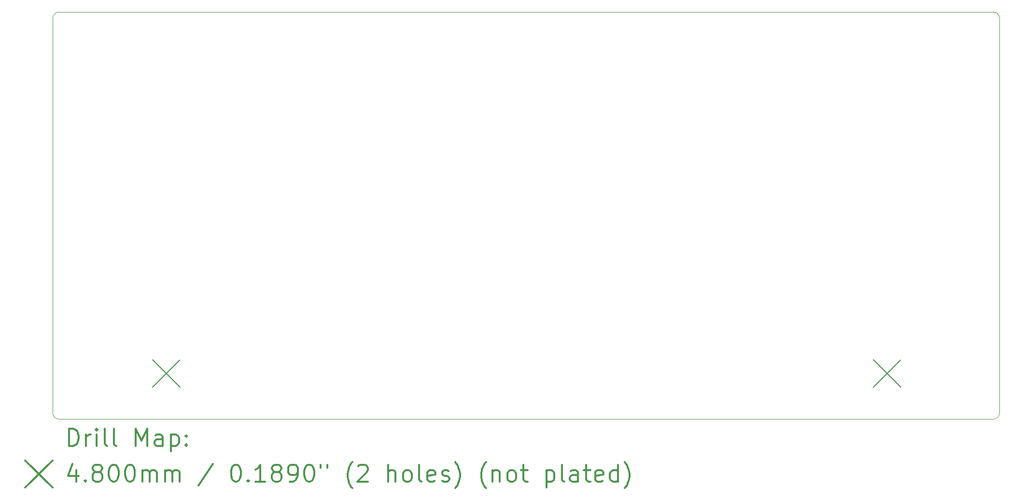
<source format=gbr>
%FSLAX45Y45*%
G04 Gerber Fmt 4.5, Leading zero omitted, Abs format (unit mm)*
G04 Created by KiCad (PCBNEW (5.1.10)-1) date 2021-08-17 11:35:52*
%MOMM*%
%LPD*%
G01*
G04 APERTURE LIST*
%TA.AperFunction,Profile*%
%ADD10C,0.050000*%
%TD*%
%ADD11C,0.200000*%
%ADD12C,0.300000*%
G04 APERTURE END LIST*
D10*
X6548535Y-7035360D02*
X6548535Y-13965360D01*
X6658535Y-14075360D02*
G75*
G02*
X6548535Y-13965360I0J110000D01*
G01*
X6658535Y-14075360D02*
X23041685Y-14075360D01*
X23151685Y-13965360D02*
G75*
G02*
X23041685Y-14075360I-110000J0D01*
G01*
X23151685Y-13965360D02*
X23151685Y-7035360D01*
X23041685Y-6925360D02*
G75*
G02*
X23151685Y-7035360I0J-110000D01*
G01*
X23041685Y-6925360D02*
X6658535Y-6925360D01*
X6548535Y-7035360D02*
G75*
G02*
X6658535Y-6925360I110000J0D01*
G01*
D11*
X8298235Y-13035460D02*
X8778235Y-13515460D01*
X8778235Y-13035460D02*
X8298235Y-13515460D01*
X20938235Y-13035460D02*
X21418235Y-13515460D01*
X21418235Y-13035460D02*
X20938235Y-13515460D01*
D12*
X6832463Y-14543574D02*
X6832463Y-14243574D01*
X6903892Y-14243574D01*
X6946749Y-14257860D01*
X6975321Y-14286431D01*
X6989606Y-14315003D01*
X7003892Y-14372146D01*
X7003892Y-14415003D01*
X6989606Y-14472146D01*
X6975321Y-14500717D01*
X6946749Y-14529289D01*
X6903892Y-14543574D01*
X6832463Y-14543574D01*
X7132463Y-14543574D02*
X7132463Y-14343574D01*
X7132463Y-14400717D02*
X7146749Y-14372146D01*
X7161035Y-14357860D01*
X7189606Y-14343574D01*
X7218178Y-14343574D01*
X7318178Y-14543574D02*
X7318178Y-14343574D01*
X7318178Y-14243574D02*
X7303892Y-14257860D01*
X7318178Y-14272146D01*
X7332463Y-14257860D01*
X7318178Y-14243574D01*
X7318178Y-14272146D01*
X7503892Y-14543574D02*
X7475321Y-14529289D01*
X7461035Y-14500717D01*
X7461035Y-14243574D01*
X7661035Y-14543574D02*
X7632463Y-14529289D01*
X7618178Y-14500717D01*
X7618178Y-14243574D01*
X8003892Y-14543574D02*
X8003892Y-14243574D01*
X8103892Y-14457860D01*
X8203892Y-14243574D01*
X8203892Y-14543574D01*
X8475321Y-14543574D02*
X8475321Y-14386431D01*
X8461035Y-14357860D01*
X8432463Y-14343574D01*
X8375321Y-14343574D01*
X8346749Y-14357860D01*
X8475321Y-14529289D02*
X8446749Y-14543574D01*
X8375321Y-14543574D01*
X8346749Y-14529289D01*
X8332463Y-14500717D01*
X8332463Y-14472146D01*
X8346749Y-14443574D01*
X8375321Y-14429289D01*
X8446749Y-14429289D01*
X8475321Y-14415003D01*
X8618178Y-14343574D02*
X8618178Y-14643574D01*
X8618178Y-14357860D02*
X8646749Y-14343574D01*
X8703892Y-14343574D01*
X8732463Y-14357860D01*
X8746749Y-14372146D01*
X8761035Y-14400717D01*
X8761035Y-14486431D01*
X8746749Y-14515003D01*
X8732463Y-14529289D01*
X8703892Y-14543574D01*
X8646749Y-14543574D01*
X8618178Y-14529289D01*
X8889606Y-14515003D02*
X8903892Y-14529289D01*
X8889606Y-14543574D01*
X8875321Y-14529289D01*
X8889606Y-14515003D01*
X8889606Y-14543574D01*
X8889606Y-14357860D02*
X8903892Y-14372146D01*
X8889606Y-14386431D01*
X8875321Y-14372146D01*
X8889606Y-14357860D01*
X8889606Y-14386431D01*
X6066035Y-14797860D02*
X6546035Y-15277860D01*
X6546035Y-14797860D02*
X6066035Y-15277860D01*
X6961035Y-14973574D02*
X6961035Y-15173574D01*
X6889606Y-14859289D02*
X6818178Y-15073574D01*
X7003892Y-15073574D01*
X7118178Y-15145003D02*
X7132463Y-15159289D01*
X7118178Y-15173574D01*
X7103892Y-15159289D01*
X7118178Y-15145003D01*
X7118178Y-15173574D01*
X7303892Y-15002146D02*
X7275321Y-14987860D01*
X7261035Y-14973574D01*
X7246749Y-14945003D01*
X7246749Y-14930717D01*
X7261035Y-14902146D01*
X7275321Y-14887860D01*
X7303892Y-14873574D01*
X7361035Y-14873574D01*
X7389606Y-14887860D01*
X7403892Y-14902146D01*
X7418178Y-14930717D01*
X7418178Y-14945003D01*
X7403892Y-14973574D01*
X7389606Y-14987860D01*
X7361035Y-15002146D01*
X7303892Y-15002146D01*
X7275321Y-15016431D01*
X7261035Y-15030717D01*
X7246749Y-15059289D01*
X7246749Y-15116431D01*
X7261035Y-15145003D01*
X7275321Y-15159289D01*
X7303892Y-15173574D01*
X7361035Y-15173574D01*
X7389606Y-15159289D01*
X7403892Y-15145003D01*
X7418178Y-15116431D01*
X7418178Y-15059289D01*
X7403892Y-15030717D01*
X7389606Y-15016431D01*
X7361035Y-15002146D01*
X7603892Y-14873574D02*
X7632463Y-14873574D01*
X7661035Y-14887860D01*
X7675321Y-14902146D01*
X7689606Y-14930717D01*
X7703892Y-14987860D01*
X7703892Y-15059289D01*
X7689606Y-15116431D01*
X7675321Y-15145003D01*
X7661035Y-15159289D01*
X7632463Y-15173574D01*
X7603892Y-15173574D01*
X7575321Y-15159289D01*
X7561035Y-15145003D01*
X7546749Y-15116431D01*
X7532463Y-15059289D01*
X7532463Y-14987860D01*
X7546749Y-14930717D01*
X7561035Y-14902146D01*
X7575321Y-14887860D01*
X7603892Y-14873574D01*
X7889606Y-14873574D02*
X7918178Y-14873574D01*
X7946749Y-14887860D01*
X7961035Y-14902146D01*
X7975321Y-14930717D01*
X7989606Y-14987860D01*
X7989606Y-15059289D01*
X7975321Y-15116431D01*
X7961035Y-15145003D01*
X7946749Y-15159289D01*
X7918178Y-15173574D01*
X7889606Y-15173574D01*
X7861035Y-15159289D01*
X7846749Y-15145003D01*
X7832463Y-15116431D01*
X7818178Y-15059289D01*
X7818178Y-14987860D01*
X7832463Y-14930717D01*
X7846749Y-14902146D01*
X7861035Y-14887860D01*
X7889606Y-14873574D01*
X8118178Y-15173574D02*
X8118178Y-14973574D01*
X8118178Y-15002146D02*
X8132463Y-14987860D01*
X8161035Y-14973574D01*
X8203892Y-14973574D01*
X8232463Y-14987860D01*
X8246749Y-15016431D01*
X8246749Y-15173574D01*
X8246749Y-15016431D02*
X8261035Y-14987860D01*
X8289606Y-14973574D01*
X8332463Y-14973574D01*
X8361035Y-14987860D01*
X8375321Y-15016431D01*
X8375321Y-15173574D01*
X8518178Y-15173574D02*
X8518178Y-14973574D01*
X8518178Y-15002146D02*
X8532463Y-14987860D01*
X8561035Y-14973574D01*
X8603892Y-14973574D01*
X8632463Y-14987860D01*
X8646749Y-15016431D01*
X8646749Y-15173574D01*
X8646749Y-15016431D02*
X8661035Y-14987860D01*
X8689606Y-14973574D01*
X8732463Y-14973574D01*
X8761035Y-14987860D01*
X8775321Y-15016431D01*
X8775321Y-15173574D01*
X9361035Y-14859289D02*
X9103892Y-15245003D01*
X9746749Y-14873574D02*
X9775321Y-14873574D01*
X9803892Y-14887860D01*
X9818178Y-14902146D01*
X9832463Y-14930717D01*
X9846749Y-14987860D01*
X9846749Y-15059289D01*
X9832463Y-15116431D01*
X9818178Y-15145003D01*
X9803892Y-15159289D01*
X9775321Y-15173574D01*
X9746749Y-15173574D01*
X9718178Y-15159289D01*
X9703892Y-15145003D01*
X9689606Y-15116431D01*
X9675321Y-15059289D01*
X9675321Y-14987860D01*
X9689606Y-14930717D01*
X9703892Y-14902146D01*
X9718178Y-14887860D01*
X9746749Y-14873574D01*
X9975321Y-15145003D02*
X9989606Y-15159289D01*
X9975321Y-15173574D01*
X9961035Y-15159289D01*
X9975321Y-15145003D01*
X9975321Y-15173574D01*
X10275321Y-15173574D02*
X10103892Y-15173574D01*
X10189606Y-15173574D02*
X10189606Y-14873574D01*
X10161035Y-14916431D01*
X10132463Y-14945003D01*
X10103892Y-14959289D01*
X10446749Y-15002146D02*
X10418178Y-14987860D01*
X10403892Y-14973574D01*
X10389606Y-14945003D01*
X10389606Y-14930717D01*
X10403892Y-14902146D01*
X10418178Y-14887860D01*
X10446749Y-14873574D01*
X10503892Y-14873574D01*
X10532463Y-14887860D01*
X10546749Y-14902146D01*
X10561035Y-14930717D01*
X10561035Y-14945003D01*
X10546749Y-14973574D01*
X10532463Y-14987860D01*
X10503892Y-15002146D01*
X10446749Y-15002146D01*
X10418178Y-15016431D01*
X10403892Y-15030717D01*
X10389606Y-15059289D01*
X10389606Y-15116431D01*
X10403892Y-15145003D01*
X10418178Y-15159289D01*
X10446749Y-15173574D01*
X10503892Y-15173574D01*
X10532463Y-15159289D01*
X10546749Y-15145003D01*
X10561035Y-15116431D01*
X10561035Y-15059289D01*
X10546749Y-15030717D01*
X10532463Y-15016431D01*
X10503892Y-15002146D01*
X10703892Y-15173574D02*
X10761035Y-15173574D01*
X10789606Y-15159289D01*
X10803892Y-15145003D01*
X10832463Y-15102146D01*
X10846749Y-15045003D01*
X10846749Y-14930717D01*
X10832463Y-14902146D01*
X10818178Y-14887860D01*
X10789606Y-14873574D01*
X10732463Y-14873574D01*
X10703892Y-14887860D01*
X10689606Y-14902146D01*
X10675321Y-14930717D01*
X10675321Y-15002146D01*
X10689606Y-15030717D01*
X10703892Y-15045003D01*
X10732463Y-15059289D01*
X10789606Y-15059289D01*
X10818178Y-15045003D01*
X10832463Y-15030717D01*
X10846749Y-15002146D01*
X11032463Y-14873574D02*
X11061035Y-14873574D01*
X11089606Y-14887860D01*
X11103892Y-14902146D01*
X11118178Y-14930717D01*
X11132463Y-14987860D01*
X11132463Y-15059289D01*
X11118178Y-15116431D01*
X11103892Y-15145003D01*
X11089606Y-15159289D01*
X11061035Y-15173574D01*
X11032463Y-15173574D01*
X11003892Y-15159289D01*
X10989606Y-15145003D01*
X10975321Y-15116431D01*
X10961035Y-15059289D01*
X10961035Y-14987860D01*
X10975321Y-14930717D01*
X10989606Y-14902146D01*
X11003892Y-14887860D01*
X11032463Y-14873574D01*
X11246749Y-14873574D02*
X11246749Y-14930717D01*
X11361035Y-14873574D02*
X11361035Y-14930717D01*
X11803892Y-15287860D02*
X11789606Y-15273574D01*
X11761035Y-15230717D01*
X11746749Y-15202146D01*
X11732463Y-15159289D01*
X11718178Y-15087860D01*
X11718178Y-15030717D01*
X11732463Y-14959289D01*
X11746749Y-14916431D01*
X11761035Y-14887860D01*
X11789606Y-14845003D01*
X11803892Y-14830717D01*
X11903892Y-14902146D02*
X11918178Y-14887860D01*
X11946749Y-14873574D01*
X12018178Y-14873574D01*
X12046749Y-14887860D01*
X12061035Y-14902146D01*
X12075321Y-14930717D01*
X12075321Y-14959289D01*
X12061035Y-15002146D01*
X11889606Y-15173574D01*
X12075321Y-15173574D01*
X12432463Y-15173574D02*
X12432463Y-14873574D01*
X12561035Y-15173574D02*
X12561035Y-15016431D01*
X12546749Y-14987860D01*
X12518178Y-14973574D01*
X12475321Y-14973574D01*
X12446749Y-14987860D01*
X12432463Y-15002146D01*
X12746749Y-15173574D02*
X12718178Y-15159289D01*
X12703892Y-15145003D01*
X12689606Y-15116431D01*
X12689606Y-15030717D01*
X12703892Y-15002146D01*
X12718178Y-14987860D01*
X12746749Y-14973574D01*
X12789606Y-14973574D01*
X12818178Y-14987860D01*
X12832463Y-15002146D01*
X12846749Y-15030717D01*
X12846749Y-15116431D01*
X12832463Y-15145003D01*
X12818178Y-15159289D01*
X12789606Y-15173574D01*
X12746749Y-15173574D01*
X13018178Y-15173574D02*
X12989606Y-15159289D01*
X12975321Y-15130717D01*
X12975321Y-14873574D01*
X13246749Y-15159289D02*
X13218178Y-15173574D01*
X13161035Y-15173574D01*
X13132463Y-15159289D01*
X13118178Y-15130717D01*
X13118178Y-15016431D01*
X13132463Y-14987860D01*
X13161035Y-14973574D01*
X13218178Y-14973574D01*
X13246749Y-14987860D01*
X13261035Y-15016431D01*
X13261035Y-15045003D01*
X13118178Y-15073574D01*
X13375321Y-15159289D02*
X13403892Y-15173574D01*
X13461035Y-15173574D01*
X13489606Y-15159289D01*
X13503892Y-15130717D01*
X13503892Y-15116431D01*
X13489606Y-15087860D01*
X13461035Y-15073574D01*
X13418178Y-15073574D01*
X13389606Y-15059289D01*
X13375321Y-15030717D01*
X13375321Y-15016431D01*
X13389606Y-14987860D01*
X13418178Y-14973574D01*
X13461035Y-14973574D01*
X13489606Y-14987860D01*
X13603892Y-15287860D02*
X13618178Y-15273574D01*
X13646749Y-15230717D01*
X13661035Y-15202146D01*
X13675321Y-15159289D01*
X13689606Y-15087860D01*
X13689606Y-15030717D01*
X13675321Y-14959289D01*
X13661035Y-14916431D01*
X13646749Y-14887860D01*
X13618178Y-14845003D01*
X13603892Y-14830717D01*
X14146749Y-15287860D02*
X14132463Y-15273574D01*
X14103892Y-15230717D01*
X14089606Y-15202146D01*
X14075321Y-15159289D01*
X14061035Y-15087860D01*
X14061035Y-15030717D01*
X14075321Y-14959289D01*
X14089606Y-14916431D01*
X14103892Y-14887860D01*
X14132463Y-14845003D01*
X14146749Y-14830717D01*
X14261035Y-14973574D02*
X14261035Y-15173574D01*
X14261035Y-15002146D02*
X14275321Y-14987860D01*
X14303892Y-14973574D01*
X14346749Y-14973574D01*
X14375321Y-14987860D01*
X14389606Y-15016431D01*
X14389606Y-15173574D01*
X14575321Y-15173574D02*
X14546749Y-15159289D01*
X14532463Y-15145003D01*
X14518178Y-15116431D01*
X14518178Y-15030717D01*
X14532463Y-15002146D01*
X14546749Y-14987860D01*
X14575321Y-14973574D01*
X14618178Y-14973574D01*
X14646749Y-14987860D01*
X14661035Y-15002146D01*
X14675321Y-15030717D01*
X14675321Y-15116431D01*
X14661035Y-15145003D01*
X14646749Y-15159289D01*
X14618178Y-15173574D01*
X14575321Y-15173574D01*
X14761035Y-14973574D02*
X14875321Y-14973574D01*
X14803892Y-14873574D02*
X14803892Y-15130717D01*
X14818178Y-15159289D01*
X14846749Y-15173574D01*
X14875321Y-15173574D01*
X15203892Y-14973574D02*
X15203892Y-15273574D01*
X15203892Y-14987860D02*
X15232463Y-14973574D01*
X15289606Y-14973574D01*
X15318178Y-14987860D01*
X15332463Y-15002146D01*
X15346749Y-15030717D01*
X15346749Y-15116431D01*
X15332463Y-15145003D01*
X15318178Y-15159289D01*
X15289606Y-15173574D01*
X15232463Y-15173574D01*
X15203892Y-15159289D01*
X15518178Y-15173574D02*
X15489606Y-15159289D01*
X15475321Y-15130717D01*
X15475321Y-14873574D01*
X15761035Y-15173574D02*
X15761035Y-15016431D01*
X15746749Y-14987860D01*
X15718178Y-14973574D01*
X15661035Y-14973574D01*
X15632463Y-14987860D01*
X15761035Y-15159289D02*
X15732463Y-15173574D01*
X15661035Y-15173574D01*
X15632463Y-15159289D01*
X15618178Y-15130717D01*
X15618178Y-15102146D01*
X15632463Y-15073574D01*
X15661035Y-15059289D01*
X15732463Y-15059289D01*
X15761035Y-15045003D01*
X15861035Y-14973574D02*
X15975321Y-14973574D01*
X15903892Y-14873574D02*
X15903892Y-15130717D01*
X15918178Y-15159289D01*
X15946749Y-15173574D01*
X15975321Y-15173574D01*
X16189606Y-15159289D02*
X16161035Y-15173574D01*
X16103892Y-15173574D01*
X16075321Y-15159289D01*
X16061035Y-15130717D01*
X16061035Y-15016431D01*
X16075321Y-14987860D01*
X16103892Y-14973574D01*
X16161035Y-14973574D01*
X16189606Y-14987860D01*
X16203892Y-15016431D01*
X16203892Y-15045003D01*
X16061035Y-15073574D01*
X16461035Y-15173574D02*
X16461035Y-14873574D01*
X16461035Y-15159289D02*
X16432463Y-15173574D01*
X16375321Y-15173574D01*
X16346749Y-15159289D01*
X16332463Y-15145003D01*
X16318178Y-15116431D01*
X16318178Y-15030717D01*
X16332463Y-15002146D01*
X16346749Y-14987860D01*
X16375321Y-14973574D01*
X16432463Y-14973574D01*
X16461035Y-14987860D01*
X16575321Y-15287860D02*
X16589606Y-15273574D01*
X16618178Y-15230717D01*
X16632463Y-15202146D01*
X16646749Y-15159289D01*
X16661035Y-15087860D01*
X16661035Y-15030717D01*
X16646749Y-14959289D01*
X16632463Y-14916431D01*
X16618178Y-14887860D01*
X16589606Y-14845003D01*
X16575321Y-14830717D01*
M02*

</source>
